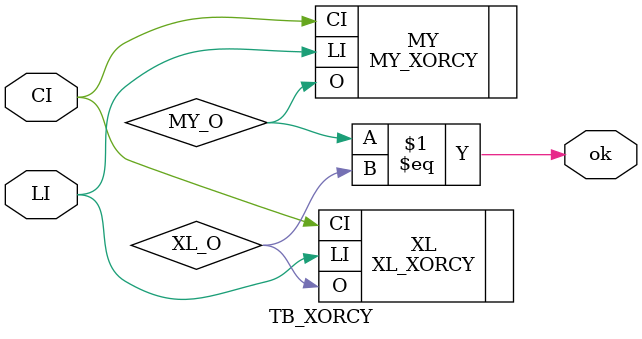
<source format=v>

module TB_GND(ok);
wire MY_G, XL_G;
MY_GND MY(.G(MY_G));
XL_GND XL(.G(XL_G));
output ok = MY_G == XL_G;
endmodule

module TB_INV(ok, I);
input I;
wire MY_O, XL_O;
MY_INV MY(.O(MY_O), .I(I));
XL_INV XL(.O(XL_O), .I(I));
output ok = MY_O == XL_O;
endmodule

module TB_LUT1(ok, I0);
input I0;
wire [1:0] MY_O, XL_O;
genvar i;
generate for (i=0; i<2; i=i+1) begin:V
	MY_LUT1 #(.INIT(i)) MY(.O(MY_O[i]), .I0(I0));
	XL_LUT1 #(.INIT(i)) XL(.O(XL_O[i]), .I0(I0));
end endgenerate
output ok = MY_O == XL_O;
endmodule

module TB_LUT2(ok, I0, I1);
input I0, I1;
wire [3:0] MY_O, XL_O;
genvar i;
generate for (i=0; i<4; i=i+1) begin:V
	MY_LUT2 #(.INIT(i)) MY(.O(MY_O[i]), .I0(I0), .I1(I1));
	XL_LUT2 #(.INIT(i)) XL(.O(XL_O[i]), .I0(I0), .I1(I1));
end endgenerate
output ok = MY_O == XL_O;
endmodule

module TB_LUT3(ok, I0, I1, I2);
input I0, I1, I2;
wire [7:0] MY_O, XL_O;
genvar i;
generate for (i=0; i<8; i=i+1) begin:V
	MY_LUT3 #(.INIT(i)) MY(.O(MY_O[i]), .I0(I0), .I1(I1), .I2(I2));
	XL_LUT3 #(.INIT(i)) XL(.O(XL_O[i]), .I0(I0), .I1(I1), .I2(I2));
end endgenerate
output ok = MY_O == XL_O;
endmodule

module TB_LUT4(ok, I0, I1, I2, I3);
input I0, I1, I2, I3;
wire [15:0] MY_O, XL_O;
genvar i;
generate for (i=0; i<16; i=i+1) begin:V
	MY_LUT4 #(.INIT(i)) MY(.O(MY_O[i]), .I0(I0), .I1(I1), .I2(I2), .I3(I3));
	XL_LUT4 #(.INIT(i)) XL(.O(XL_O[i]), .I0(I0), .I1(I1), .I2(I2), .I3(I3));
end endgenerate
output ok = MY_O == XL_O;
endmodule

module TB_LUT5(ok, I0, I1, I2, I3, I4);
input I0, I1, I2, I3, I4;
wire [31:0] MY_O, XL_O;
genvar i;
generate for (i=0; i<32; i=i+1) begin:V
	MY_LUT5 #(.INIT(i)) MY(.O(MY_O[i]), .I0(I0), .I1(I1), .I2(I2), .I3(I3), .I4(I4));
	XL_LUT5 #(.INIT(i)) XL(.O(XL_O[i]), .I0(I0), .I1(I1), .I2(I2), .I3(I3), .I4(I4));
end endgenerate
output ok = MY_O == XL_O;
endmodule

module TB_LUT6(ok, I0, I1, I2, I3, I4, I5);
input I0, I1, I2, I3, I4, I5;
wire [63:0] MY_O, XL_O;
genvar i;
generate for (i=0; i<64; i=i+1) begin:V
	MY_LUT6 #(.INIT(i)) MY(.O(MY_O[i]), .I0(I0), .I1(I1), .I2(I2), .I3(I3), .I4(I4), .I5(I5));
	XL_LUT6 #(.INIT(i)) XL(.O(XL_O[i]), .I0(I0), .I1(I1), .I2(I2), .I3(I3), .I4(I4), .I5(I5));
end endgenerate
output ok = MY_O == XL_O;
endmodule

module TB_MUXCY(ok, CI, DI, S);
input CI, DI, S;
wire MY_O, XL_O;
MY_MUXCY MY(.O(MY_O), .CI(CI), .DI(DI), .S(S));
XL_MUXCY XL(.O(XL_O), .CI(CI), .DI(DI), .S(S));
output ok = MY_O == XL_O;
endmodule

module TB_MUXF7(ok, I0, I1, S);
input I0, I1, S;
wire MY_O, XL_O;
MY_MUXF7 MY(.O(MY_O), .I0(I0), .I1(I1), .S(S));
XL_MUXF7 XL(.O(XL_O), .I0(I0), .I1(I1), .S(S));
output ok = MY_O == XL_O;
endmodule

module TB_VCC(ok);
wire MY_P, XL_P;
MY_VCC MY(.P(MY_P));
XL_VCC XL(.P(XL_P));
output ok = MY_P == XL_P;
endmodule

module TB_XORCY(ok, CI, LI);
input CI, LI;
wire MY_O, XL_O;
MY_XORCY MY(.O(MY_O), .CI(CI), .LI(LI));
XL_XORCY XL(.O(XL_O), .CI(CI), .LI(LI));
output ok = MY_O == XL_O;
endmodule


</source>
